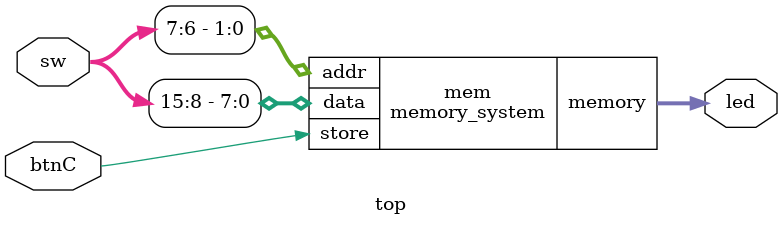
<source format=v>
`timescale 1ps/1ps

module byte_memory(
    input [7:0] data,
    input store,
    output reg [7:0] memory
);

    // Herein, implement D-Latch style memory
    // that stores the input data into memory
    // when store is high

    // Memory should always output the value
    // stored, and it should only change
    // when store is high

endmodule
// end::byte_mem[]

// tag::mem_system[]
module memory_system(
    input [7:0] data,
    input store,
    input [1:0] addr,
    output [7:0] memory
);

    // This should instantiate 4 instances of
    // byte_memory, and then demultiplex
    // data and store into the one selected by
    // addr

    // It should then multiplex the output of the
    // memory specified by addr into the memory
    // output for display on the LEDs

endmodule
// end::mem_system[]

// tag::top[]
module top(
    input [15:6] sw,
    input btnC,
    output [15:8] led
);

    memory_system mem(
        .data(sw[15:8]),
        .addr(sw[7:6]),
        .store(btnC),
        .memory(led)
    );

endmodule
// end::top[]
</source>
